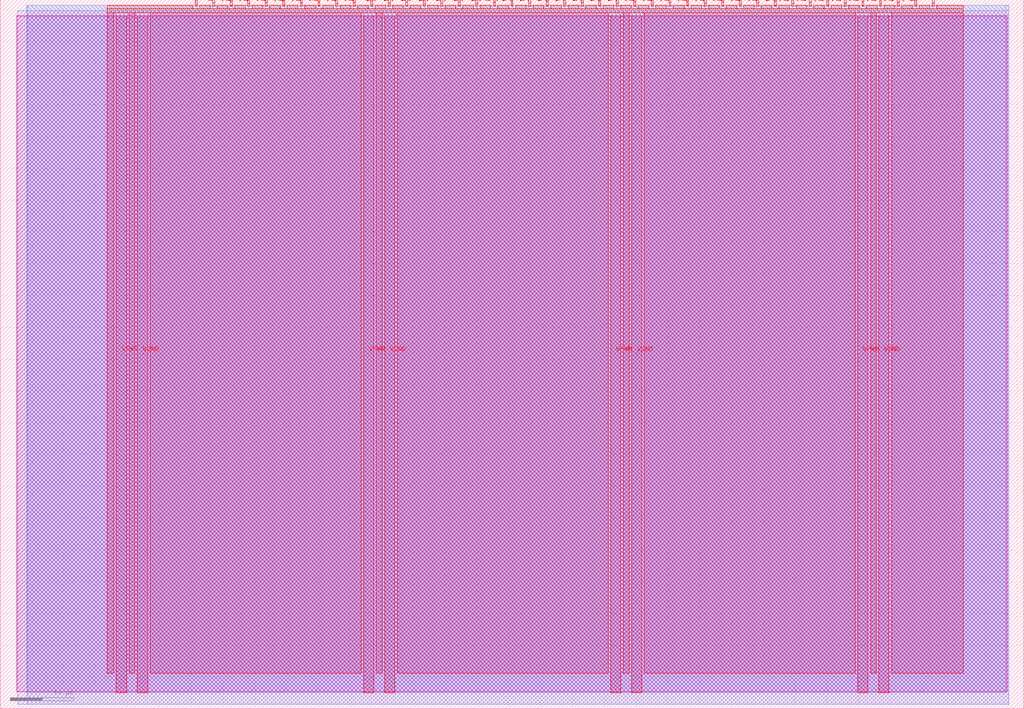
<source format=lef>
VERSION 5.7 ;
  NOWIREEXTENSIONATPIN ON ;
  DIVIDERCHAR "/" ;
  BUSBITCHARS "[]" ;
MACRO tt_um_sky1
  CLASS BLOCK ;
  FOREIGN tt_um_sky1 ;
  ORIGIN 0.000 0.000 ;
  SIZE 161.000 BY 111.520 ;
  PIN VGND
    DIRECTION INOUT ;
    USE GROUND ;
    PORT
      LAYER met4 ;
        RECT 21.580 2.480 23.180 109.040 ;
    END
    PORT
      LAYER met4 ;
        RECT 60.450 2.480 62.050 109.040 ;
    END
    PORT
      LAYER met4 ;
        RECT 99.320 2.480 100.920 109.040 ;
    END
    PORT
      LAYER met4 ;
        RECT 138.190 2.480 139.790 109.040 ;
    END
  END VGND
  PIN VPWR
    DIRECTION INOUT ;
    USE POWER ;
    PORT
      LAYER met4 ;
        RECT 18.280 2.480 19.880 109.040 ;
    END
    PORT
      LAYER met4 ;
        RECT 57.150 2.480 58.750 109.040 ;
    END
    PORT
      LAYER met4 ;
        RECT 96.020 2.480 97.620 109.040 ;
    END
    PORT
      LAYER met4 ;
        RECT 134.890 2.480 136.490 109.040 ;
    END
  END VPWR
  PIN clk
    DIRECTION INPUT ;
    USE SIGNAL ;
    ANTENNAGATEAREA 0.852000 ;
    PORT
      LAYER met4 ;
        RECT 143.830 110.520 144.130 111.520 ;
    END
  END clk
  PIN ena
    DIRECTION INPUT ;
    USE SIGNAL ;
    PORT
      LAYER met4 ;
        RECT 146.590 110.520 146.890 111.520 ;
    END
  END ena
  PIN rst_n
    DIRECTION INPUT ;
    USE SIGNAL ;
    ANTENNAGATEAREA 0.126000 ;
    PORT
      LAYER met4 ;
        RECT 141.070 110.520 141.370 111.520 ;
    END
  END rst_n
  PIN ui_in[0]
    DIRECTION INPUT ;
    USE SIGNAL ;
    ANTENNAGATEAREA 0.159000 ;
    PORT
      LAYER met4 ;
        RECT 138.310 110.520 138.610 111.520 ;
    END
  END ui_in[0]
  PIN ui_in[1]
    DIRECTION INPUT ;
    USE SIGNAL ;
    ANTENNAGATEAREA 0.159000 ;
    PORT
      LAYER met4 ;
        RECT 135.550 110.520 135.850 111.520 ;
    END
  END ui_in[1]
  PIN ui_in[2]
    DIRECTION INPUT ;
    USE SIGNAL ;
    ANTENNAGATEAREA 0.213000 ;
    PORT
      LAYER met4 ;
        RECT 132.790 110.520 133.090 111.520 ;
    END
  END ui_in[2]
  PIN ui_in[3]
    DIRECTION INPUT ;
    USE SIGNAL ;
    ANTENNAGATEAREA 0.213000 ;
    PORT
      LAYER met4 ;
        RECT 130.030 110.520 130.330 111.520 ;
    END
  END ui_in[3]
  PIN ui_in[4]
    DIRECTION INPUT ;
    USE SIGNAL ;
    ANTENNAGATEAREA 0.196500 ;
    PORT
      LAYER met4 ;
        RECT 127.270 110.520 127.570 111.520 ;
    END
  END ui_in[4]
  PIN ui_in[5]
    DIRECTION INPUT ;
    USE SIGNAL ;
    PORT
      LAYER met4 ;
        RECT 124.510 110.520 124.810 111.520 ;
    END
  END ui_in[5]
  PIN ui_in[6]
    DIRECTION INPUT ;
    USE SIGNAL ;
    PORT
      LAYER met4 ;
        RECT 121.750 110.520 122.050 111.520 ;
    END
  END ui_in[6]
  PIN ui_in[7]
    DIRECTION INPUT ;
    USE SIGNAL ;
    ANTENNAGATEAREA 0.213000 ;
    PORT
      LAYER met4 ;
        RECT 118.990 110.520 119.290 111.520 ;
    END
  END ui_in[7]
  PIN uio_in[0]
    DIRECTION INPUT ;
    USE SIGNAL ;
    ANTENNAGATEAREA 0.196500 ;
    PORT
      LAYER met4 ;
        RECT 116.230 110.520 116.530 111.520 ;
    END
  END uio_in[0]
  PIN uio_in[1]
    DIRECTION INPUT ;
    USE SIGNAL ;
    ANTENNAGATEAREA 0.196500 ;
    PORT
      LAYER met4 ;
        RECT 113.470 110.520 113.770 111.520 ;
    END
  END uio_in[1]
  PIN uio_in[2]
    DIRECTION INPUT ;
    USE SIGNAL ;
    ANTENNAGATEAREA 0.126000 ;
    PORT
      LAYER met4 ;
        RECT 110.710 110.520 111.010 111.520 ;
    END
  END uio_in[2]
  PIN uio_in[3]
    DIRECTION INPUT ;
    USE SIGNAL ;
    ANTENNAGATEAREA 0.196500 ;
    PORT
      LAYER met4 ;
        RECT 107.950 110.520 108.250 111.520 ;
    END
  END uio_in[3]
  PIN uio_in[4]
    DIRECTION INPUT ;
    USE SIGNAL ;
    ANTENNAGATEAREA 0.196500 ;
    PORT
      LAYER met4 ;
        RECT 105.190 110.520 105.490 111.520 ;
    END
  END uio_in[4]
  PIN uio_in[5]
    DIRECTION INPUT ;
    USE SIGNAL ;
    ANTENNAGATEAREA 0.196500 ;
    PORT
      LAYER met4 ;
        RECT 102.430 110.520 102.730 111.520 ;
    END
  END uio_in[5]
  PIN uio_in[6]
    DIRECTION INPUT ;
    USE SIGNAL ;
    ANTENNAGATEAREA 0.126000 ;
    PORT
      LAYER met4 ;
        RECT 99.670 110.520 99.970 111.520 ;
    END
  END uio_in[6]
  PIN uio_in[7]
    DIRECTION INPUT ;
    USE SIGNAL ;
    ANTENNAGATEAREA 0.196500 ;
    PORT
      LAYER met4 ;
        RECT 96.910 110.520 97.210 111.520 ;
    END
  END uio_in[7]
  PIN uio_oe[0]
    DIRECTION OUTPUT ;
    USE SIGNAL ;
    PORT
      LAYER met4 ;
        RECT 49.990 110.520 50.290 111.520 ;
    END
  END uio_oe[0]
  PIN uio_oe[1]
    DIRECTION OUTPUT ;
    USE SIGNAL ;
    PORT
      LAYER met4 ;
        RECT 47.230 110.520 47.530 111.520 ;
    END
  END uio_oe[1]
  PIN uio_oe[2]
    DIRECTION OUTPUT ;
    USE SIGNAL ;
    PORT
      LAYER met4 ;
        RECT 44.470 110.520 44.770 111.520 ;
    END
  END uio_oe[2]
  PIN uio_oe[3]
    DIRECTION OUTPUT ;
    USE SIGNAL ;
    PORT
      LAYER met4 ;
        RECT 41.710 110.520 42.010 111.520 ;
    END
  END uio_oe[3]
  PIN uio_oe[4]
    DIRECTION OUTPUT ;
    USE SIGNAL ;
    PORT
      LAYER met4 ;
        RECT 38.950 110.520 39.250 111.520 ;
    END
  END uio_oe[4]
  PIN uio_oe[5]
    DIRECTION OUTPUT ;
    USE SIGNAL ;
    PORT
      LAYER met4 ;
        RECT 36.190 110.520 36.490 111.520 ;
    END
  END uio_oe[5]
  PIN uio_oe[6]
    DIRECTION OUTPUT ;
    USE SIGNAL ;
    PORT
      LAYER met4 ;
        RECT 33.430 110.520 33.730 111.520 ;
    END
  END uio_oe[6]
  PIN uio_oe[7]
    DIRECTION OUTPUT ;
    USE SIGNAL ;
    PORT
      LAYER met4 ;
        RECT 30.670 110.520 30.970 111.520 ;
    END
  END uio_oe[7]
  PIN uio_out[0]
    DIRECTION OUTPUT ;
    USE SIGNAL ;
    PORT
      LAYER met4 ;
        RECT 72.070 110.520 72.370 111.520 ;
    END
  END uio_out[0]
  PIN uio_out[1]
    DIRECTION OUTPUT ;
    USE SIGNAL ;
    PORT
      LAYER met4 ;
        RECT 69.310 110.520 69.610 111.520 ;
    END
  END uio_out[1]
  PIN uio_out[2]
    DIRECTION OUTPUT ;
    USE SIGNAL ;
    PORT
      LAYER met4 ;
        RECT 66.550 110.520 66.850 111.520 ;
    END
  END uio_out[2]
  PIN uio_out[3]
    DIRECTION OUTPUT ;
    USE SIGNAL ;
    PORT
      LAYER met4 ;
        RECT 63.790 110.520 64.090 111.520 ;
    END
  END uio_out[3]
  PIN uio_out[4]
    DIRECTION OUTPUT ;
    USE SIGNAL ;
    PORT
      LAYER met4 ;
        RECT 61.030 110.520 61.330 111.520 ;
    END
  END uio_out[4]
  PIN uio_out[5]
    DIRECTION OUTPUT ;
    USE SIGNAL ;
    PORT
      LAYER met4 ;
        RECT 58.270 110.520 58.570 111.520 ;
    END
  END uio_out[5]
  PIN uio_out[6]
    DIRECTION OUTPUT ;
    USE SIGNAL ;
    PORT
      LAYER met4 ;
        RECT 55.510 110.520 55.810 111.520 ;
    END
  END uio_out[6]
  PIN uio_out[7]
    DIRECTION OUTPUT ;
    USE SIGNAL ;
    PORT
      LAYER met4 ;
        RECT 52.750 110.520 53.050 111.520 ;
    END
  END uio_out[7]
  PIN uo_out[0]
    DIRECTION OUTPUT ;
    USE SIGNAL ;
    ANTENNAGATEAREA 1.489500 ;
    ANTENNADIFFAREA 0.891000 ;
    PORT
      LAYER met4 ;
        RECT 94.150 110.520 94.450 111.520 ;
    END
  END uo_out[0]
  PIN uo_out[1]
    DIRECTION OUTPUT ;
    USE SIGNAL ;
    ANTENNAGATEAREA 1.858500 ;
    ANTENNADIFFAREA 0.891000 ;
    PORT
      LAYER met4 ;
        RECT 91.390 110.520 91.690 111.520 ;
    END
  END uo_out[1]
  PIN uo_out[2]
    DIRECTION OUTPUT ;
    USE SIGNAL ;
    ANTENNAGATEAREA 1.737000 ;
    ANTENNADIFFAREA 0.891000 ;
    PORT
      LAYER met4 ;
        RECT 88.630 110.520 88.930 111.520 ;
    END
  END uo_out[2]
  PIN uo_out[3]
    DIRECTION OUTPUT ;
    USE SIGNAL ;
    ANTENNAGATEAREA 1.737000 ;
    ANTENNADIFFAREA 0.891000 ;
    PORT
      LAYER met4 ;
        RECT 85.870 110.520 86.170 111.520 ;
    END
  END uo_out[3]
  PIN uo_out[4]
    DIRECTION OUTPUT ;
    USE SIGNAL ;
    ANTENNAGATEAREA 1.858500 ;
    ANTENNADIFFAREA 0.891000 ;
    PORT
      LAYER met4 ;
        RECT 83.110 110.520 83.410 111.520 ;
    END
  END uo_out[4]
  PIN uo_out[5]
    DIRECTION OUTPUT ;
    USE SIGNAL ;
    ANTENNAGATEAREA 1.737000 ;
    ANTENNADIFFAREA 0.891000 ;
    PORT
      LAYER met4 ;
        RECT 80.350 110.520 80.650 111.520 ;
    END
  END uo_out[5]
  PIN uo_out[6]
    DIRECTION OUTPUT ;
    USE SIGNAL ;
    ANTENNAGATEAREA 2.106000 ;
    ANTENNADIFFAREA 0.891000 ;
    PORT
      LAYER met4 ;
        RECT 77.590 110.520 77.890 111.520 ;
    END
  END uo_out[6]
  PIN uo_out[7]
    DIRECTION OUTPUT ;
    USE SIGNAL ;
    ANTENNAGATEAREA 1.489500 ;
    ANTENNADIFFAREA 0.891000 ;
    PORT
      LAYER met4 ;
        RECT 74.830 110.520 75.130 111.520 ;
    END
  END uo_out[7]
  OBS
      LAYER nwell ;
        RECT 2.570 2.635 158.430 108.990 ;
      LAYER li1 ;
        RECT 2.760 2.635 158.240 108.885 ;
      LAYER met1 ;
        RECT 2.760 0.720 158.630 109.780 ;
      LAYER met2 ;
        RECT 4.230 0.690 158.600 110.685 ;
      LAYER met3 ;
        RECT 4.205 2.555 158.175 110.665 ;
      LAYER met4 ;
        RECT 16.855 110.120 30.270 110.665 ;
        RECT 31.370 110.120 33.030 110.665 ;
        RECT 34.130 110.120 35.790 110.665 ;
        RECT 36.890 110.120 38.550 110.665 ;
        RECT 39.650 110.120 41.310 110.665 ;
        RECT 42.410 110.120 44.070 110.665 ;
        RECT 45.170 110.120 46.830 110.665 ;
        RECT 47.930 110.120 49.590 110.665 ;
        RECT 50.690 110.120 52.350 110.665 ;
        RECT 53.450 110.120 55.110 110.665 ;
        RECT 56.210 110.120 57.870 110.665 ;
        RECT 58.970 110.120 60.630 110.665 ;
        RECT 61.730 110.120 63.390 110.665 ;
        RECT 64.490 110.120 66.150 110.665 ;
        RECT 67.250 110.120 68.910 110.665 ;
        RECT 70.010 110.120 71.670 110.665 ;
        RECT 72.770 110.120 74.430 110.665 ;
        RECT 75.530 110.120 77.190 110.665 ;
        RECT 78.290 110.120 79.950 110.665 ;
        RECT 81.050 110.120 82.710 110.665 ;
        RECT 83.810 110.120 85.470 110.665 ;
        RECT 86.570 110.120 88.230 110.665 ;
        RECT 89.330 110.120 90.990 110.665 ;
        RECT 92.090 110.120 93.750 110.665 ;
        RECT 94.850 110.120 96.510 110.665 ;
        RECT 97.610 110.120 99.270 110.665 ;
        RECT 100.370 110.120 102.030 110.665 ;
        RECT 103.130 110.120 104.790 110.665 ;
        RECT 105.890 110.120 107.550 110.665 ;
        RECT 108.650 110.120 110.310 110.665 ;
        RECT 111.410 110.120 113.070 110.665 ;
        RECT 114.170 110.120 115.830 110.665 ;
        RECT 116.930 110.120 118.590 110.665 ;
        RECT 119.690 110.120 121.350 110.665 ;
        RECT 122.450 110.120 124.110 110.665 ;
        RECT 125.210 110.120 126.870 110.665 ;
        RECT 127.970 110.120 129.630 110.665 ;
        RECT 130.730 110.120 132.390 110.665 ;
        RECT 133.490 110.120 135.150 110.665 ;
        RECT 136.250 110.120 137.910 110.665 ;
        RECT 139.010 110.120 140.670 110.665 ;
        RECT 141.770 110.120 143.430 110.665 ;
        RECT 144.530 110.120 146.190 110.665 ;
        RECT 147.290 110.120 151.505 110.665 ;
        RECT 16.855 109.440 151.505 110.120 ;
        RECT 16.855 5.615 17.880 109.440 ;
        RECT 20.280 5.615 21.180 109.440 ;
        RECT 23.580 5.615 56.750 109.440 ;
        RECT 59.150 5.615 60.050 109.440 ;
        RECT 62.450 5.615 95.620 109.440 ;
        RECT 98.020 5.615 98.920 109.440 ;
        RECT 101.320 5.615 134.490 109.440 ;
        RECT 136.890 5.615 137.790 109.440 ;
        RECT 140.190 5.615 151.505 109.440 ;
  END
END tt_um_sky1
END LIBRARY


</source>
